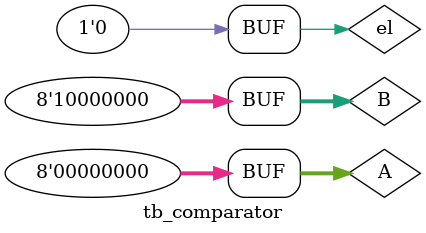
<source format=v>
module tb_comparator;
  reg [7:0]A,B;
  reg el;
  wire [7:0]Y;
  comparator DUT(A,B,el,Y);
  initial begin

    el=0;
    A=8'B10000000;
    B=8'B00000010;
    
    #10     A=8'B10000000;
    #10     B=8'B10000000;
    #10     A=8'B00000000;
    #10     B=8'B10000000;

  end
  initial
    begin
      $monitor($time," a =%d b= %d y=%d %d",A,B,Y[7:4],Y[3:0]);
      
    end
  
endmodule

</source>
